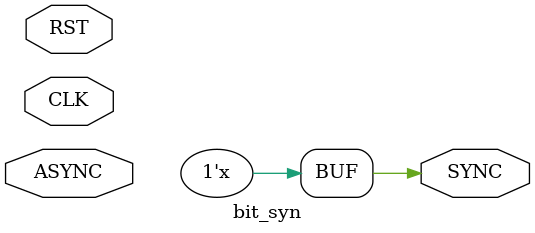
<source format=v>
module bit_syn #(parameter no_s = 3 , bus_width = 1) (
  input  [bus_width-1:0]  ASYNC,
  input                   CLK,
  input                   RST,
  output [bus_width-1:0]  SYNC 
  );
 
 
  reg [no_s-1:0] sync_flop [bus_width-1:0] ;

  integer i ;
  
  
always @ (posedge CLK or negedge RST)
begin
  if (!RST)
    begin
      for (i = 'd0 ; i < bus_width ; i = i + 'd1)
      sync_flop[i] <= 'd0;
    end
  else 
   begin 
     for (i = 'd0 ; i < bus_width ; i = i + 'd1)
      sync_flop[i] <= {sync_flop[i][bus_width-1:0],ASYNC[i]};
   end
 end
   
    
    
assign SYNC = sync_flop [no_s-1] ;

endmodule
</source>
